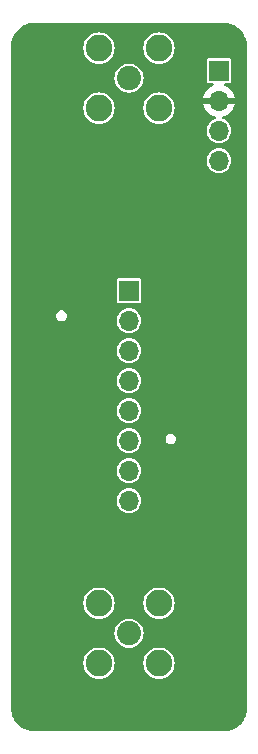
<source format=gbr>
%TF.GenerationSoftware,KiCad,Pcbnew,7.0.5*%
%TF.CreationDate,2023-06-30T17:27:13-05:00*%
%TF.ProjectId,Single.Channel.Amp,53696e67-6c65-42e4-9368-616e6e656c2e,rev?*%
%TF.SameCoordinates,Original*%
%TF.FileFunction,Copper,L3,Inr*%
%TF.FilePolarity,Positive*%
%FSLAX46Y46*%
G04 Gerber Fmt 4.6, Leading zero omitted, Abs format (unit mm)*
G04 Created by KiCad (PCBNEW 7.0.5) date 2023-06-30 17:27:13*
%MOMM*%
%LPD*%
G01*
G04 APERTURE LIST*
%TA.AperFunction,ComponentPad*%
%ADD10R,1.700000X1.700000*%
%TD*%
%TA.AperFunction,ComponentPad*%
%ADD11O,1.700000X1.700000*%
%TD*%
%TA.AperFunction,ComponentPad*%
%ADD12C,2.050000*%
%TD*%
%TA.AperFunction,ComponentPad*%
%ADD13C,2.250000*%
%TD*%
%TA.AperFunction,ViaPad*%
%ADD14C,0.800000*%
%TD*%
G04 APERTURE END LIST*
D10*
%TO.N,Net-(D1-A)*%
%TO.C,J3*%
X72620000Y-19370000D03*
D11*
%TO.N,GND*%
X72620000Y-21910000D03*
%TO.N,GND1*%
X72620000Y-24450000D03*
%TO.N,Net-(D2-K)*%
X72620000Y-26990000D03*
%TD*%
D12*
%TO.N,Net-(J2-Input)*%
%TO.C,J4*%
X65000000Y-67000000D03*
D13*
%TO.N,GND1*%
X62460000Y-64460000D03*
X62460000Y-69540000D03*
X67540000Y-64460000D03*
X67540000Y-69540000D03*
%TD*%
D12*
%TO.N,Net-(J2-Output)*%
%TO.C,J5*%
X65000000Y-20000000D03*
D13*
%TO.N,GND1*%
X62460000Y-17460000D03*
X62460000Y-22540000D03*
X67540000Y-17460000D03*
X67540000Y-22540000D03*
%TD*%
D10*
%TO.N,Net-(J2-Output)*%
%TO.C,J2*%
X65000000Y-38000000D03*
D11*
%TO.N,GND1*%
X65000000Y-40540000D03*
%TO.N,Net-(J2-Pin_3)*%
X65000000Y-43080000D03*
%TO.N,Net-(J2-Pin_4)*%
X65000000Y-45620000D03*
%TO.N,GND1*%
X65000000Y-48160000D03*
X65000000Y-50700000D03*
X65000000Y-53240000D03*
%TO.N,Net-(J2-Input)*%
X65000000Y-55780000D03*
%TD*%
D14*
%TO.N,GND*%
X73677500Y-42465000D03*
X56347500Y-46185000D03*
%TD*%
%TA.AperFunction,Conductor*%
%TO.N,GND*%
G36*
X73002019Y-15310633D02*
G01*
X73040149Y-15313131D01*
X73083793Y-15315992D01*
X73265459Y-15328985D01*
X73273102Y-15330015D01*
X73367572Y-15348806D01*
X73372190Y-15349912D01*
X73543719Y-15398061D01*
X73697413Y-15441204D01*
X73702315Y-15442802D01*
X73791762Y-15476164D01*
X73797481Y-15478634D01*
X73862544Y-15510719D01*
X73868651Y-15514176D01*
X74033108Y-15620000D01*
X74054728Y-15633912D01*
X74272782Y-15774225D01*
X74287440Y-15785274D01*
X74307332Y-15802718D01*
X74359510Y-15848476D01*
X74362463Y-15851243D01*
X74458770Y-15947550D01*
X74461531Y-15950498D01*
X74475243Y-15966135D01*
X74477144Y-15968410D01*
X74638444Y-16171187D01*
X74641459Y-16175318D01*
X74655410Y-16196197D01*
X74704958Y-16270351D01*
X74707824Y-16275085D01*
X74773806Y-16395921D01*
X74774996Y-16398213D01*
X74831352Y-16512492D01*
X74833839Y-16518251D01*
X74882881Y-16649737D01*
X74883500Y-16651475D01*
X74923597Y-16769597D01*
X74925472Y-16776353D01*
X74956848Y-16920589D01*
X74979980Y-17036880D01*
X74981015Y-17044560D01*
X74994021Y-17226413D01*
X74999367Y-17307966D01*
X74999500Y-17312023D01*
X74999500Y-73307976D01*
X74999367Y-73312033D01*
X74994022Y-73393558D01*
X74986015Y-73505514D01*
X74985608Y-73509442D01*
X74966386Y-73650854D01*
X74965760Y-73654599D01*
X74956842Y-73699440D01*
X74925471Y-73843647D01*
X74923596Y-73850403D01*
X74883496Y-73968531D01*
X74882879Y-73970265D01*
X74872626Y-73997758D01*
X74871277Y-74001080D01*
X74771176Y-74228425D01*
X74768848Y-74233157D01*
X74707824Y-74344914D01*
X74704958Y-74349648D01*
X74633467Y-74456641D01*
X74631549Y-74459351D01*
X74549744Y-74568631D01*
X74546723Y-74572357D01*
X74461529Y-74669502D01*
X74458755Y-74672464D01*
X74362464Y-74768755D01*
X74359502Y-74771529D01*
X74262357Y-74856723D01*
X74258631Y-74859744D01*
X74149351Y-74941549D01*
X74146641Y-74943467D01*
X74039649Y-75014957D01*
X74034914Y-75017823D01*
X73914075Y-75083806D01*
X73911790Y-75084993D01*
X73904596Y-75088541D01*
X73902019Y-75089740D01*
X73702563Y-75177002D01*
X73699377Y-75178292D01*
X73660275Y-75192876D01*
X73658538Y-75193494D01*
X73540402Y-75233596D01*
X73533647Y-75235471D01*
X73462130Y-75251029D01*
X73455117Y-75252554D01*
X73451369Y-75253250D01*
X73156664Y-75298589D01*
X73151657Y-75299152D01*
X73083568Y-75304022D01*
X73077972Y-75304389D01*
X73070672Y-75304867D01*
X73066636Y-75305000D01*
X56947817Y-75305000D01*
X56942201Y-75304745D01*
X56685599Y-75281417D01*
X56679129Y-75280482D01*
X56638251Y-75272351D01*
X56610617Y-75266854D01*
X56466352Y-75235471D01*
X56459597Y-75233596D01*
X56341465Y-75193496D01*
X56339728Y-75192877D01*
X56210480Y-75144670D01*
X56205300Y-75142466D01*
X56184183Y-75132323D01*
X56088201Y-75084990D01*
X56085909Y-75083800D01*
X56035990Y-75056542D01*
X55965081Y-75017823D01*
X55960357Y-75014962D01*
X55853348Y-74943461D01*
X55850639Y-74941543D01*
X55810592Y-74911564D01*
X55741353Y-74859732D01*
X55737648Y-74856729D01*
X55640680Y-74771690D01*
X55636671Y-74767843D01*
X55487338Y-74611116D01*
X55485610Y-74609226D01*
X55453281Y-74572362D01*
X55450260Y-74568637D01*
X55368449Y-74459351D01*
X55366531Y-74456640D01*
X55295037Y-74349641D01*
X55292170Y-74344907D01*
X55226173Y-74224042D01*
X55225024Y-74221830D01*
X55168635Y-74107483D01*
X55166160Y-74101750D01*
X55117093Y-73970198D01*
X55116540Y-73968646D01*
X55076394Y-73850378D01*
X55074529Y-73843659D01*
X55067509Y-73811387D01*
X55067137Y-73809545D01*
X55016592Y-73536600D01*
X55015715Y-73529742D01*
X55005991Y-73393778D01*
X55000632Y-73312019D01*
X55000499Y-73307993D01*
X55000499Y-69540001D01*
X61129437Y-69540001D01*
X61149650Y-69771044D01*
X61149651Y-69771051D01*
X61209678Y-69995074D01*
X61209679Y-69995076D01*
X61209680Y-69995079D01*
X61307699Y-70205282D01*
X61440730Y-70395269D01*
X61604731Y-70559270D01*
X61794718Y-70692301D01*
X62004921Y-70790320D01*
X62228950Y-70850349D01*
X62393985Y-70864787D01*
X62459998Y-70870563D01*
X62460000Y-70870563D01*
X62460002Y-70870563D01*
X62517762Y-70865509D01*
X62691050Y-70850349D01*
X62915079Y-70790320D01*
X63125282Y-70692301D01*
X63315269Y-70559270D01*
X63479270Y-70395269D01*
X63612301Y-70205282D01*
X63710320Y-69995079D01*
X63770349Y-69771050D01*
X63790563Y-69540001D01*
X66209437Y-69540001D01*
X66229650Y-69771044D01*
X66229651Y-69771051D01*
X66289678Y-69995074D01*
X66289679Y-69995076D01*
X66289680Y-69995079D01*
X66387699Y-70205282D01*
X66520730Y-70395269D01*
X66684731Y-70559270D01*
X66874718Y-70692301D01*
X67084921Y-70790320D01*
X67308950Y-70850349D01*
X67473985Y-70864787D01*
X67539998Y-70870563D01*
X67540000Y-70870563D01*
X67540002Y-70870563D01*
X67597762Y-70865509D01*
X67771050Y-70850349D01*
X67995079Y-70790320D01*
X68205282Y-70692301D01*
X68395269Y-70559270D01*
X68559270Y-70395269D01*
X68692301Y-70205282D01*
X68790320Y-69995079D01*
X68850349Y-69771050D01*
X68870563Y-69540000D01*
X68850349Y-69308950D01*
X68790320Y-69084921D01*
X68692301Y-68874719D01*
X68692299Y-68874716D01*
X68692298Y-68874714D01*
X68559273Y-68684735D01*
X68559268Y-68684729D01*
X68395269Y-68520730D01*
X68395263Y-68520726D01*
X68205282Y-68387699D01*
X67995079Y-68289680D01*
X67995076Y-68289679D01*
X67995074Y-68289678D01*
X67771051Y-68229651D01*
X67771044Y-68229650D01*
X67540002Y-68209437D01*
X67539998Y-68209437D01*
X67308955Y-68229650D01*
X67308948Y-68229651D01*
X67084917Y-68289681D01*
X66874718Y-68387699D01*
X66874714Y-68387701D01*
X66684735Y-68520726D01*
X66684729Y-68520731D01*
X66520731Y-68684729D01*
X66520726Y-68684735D01*
X66387701Y-68874714D01*
X66387699Y-68874718D01*
X66289681Y-69084917D01*
X66229651Y-69308948D01*
X66229650Y-69308955D01*
X66209437Y-69539998D01*
X66209437Y-69540001D01*
X63790563Y-69540001D01*
X63790563Y-69540000D01*
X63770349Y-69308950D01*
X63710320Y-69084921D01*
X63612301Y-68874719D01*
X63612299Y-68874716D01*
X63612298Y-68874714D01*
X63479273Y-68684735D01*
X63479268Y-68684729D01*
X63315269Y-68520730D01*
X63315263Y-68520726D01*
X63125282Y-68387699D01*
X62915079Y-68289680D01*
X62915076Y-68289679D01*
X62915074Y-68289678D01*
X62691051Y-68229651D01*
X62691044Y-68229650D01*
X62460002Y-68209437D01*
X62459998Y-68209437D01*
X62228955Y-68229650D01*
X62228948Y-68229651D01*
X62004917Y-68289681D01*
X61794718Y-68387699D01*
X61794714Y-68387701D01*
X61604735Y-68520726D01*
X61604729Y-68520731D01*
X61440731Y-68684729D01*
X61440726Y-68684735D01*
X61307701Y-68874714D01*
X61307699Y-68874718D01*
X61209681Y-69084917D01*
X61149651Y-69308948D01*
X61149650Y-69308955D01*
X61129437Y-69539998D01*
X61129437Y-69540001D01*
X55000499Y-69540001D01*
X55000499Y-67000001D01*
X63769819Y-67000001D01*
X63788507Y-67213613D01*
X63788509Y-67213624D01*
X63844005Y-67420739D01*
X63844007Y-67420743D01*
X63844008Y-67420747D01*
X63889320Y-67517918D01*
X63934631Y-67615090D01*
X63934632Y-67615091D01*
X64057627Y-67790745D01*
X64209255Y-67942373D01*
X64384909Y-68065368D01*
X64579253Y-68155992D01*
X64786381Y-68211492D01*
X64938965Y-68224841D01*
X64999998Y-68230181D01*
X65000000Y-68230181D01*
X65000002Y-68230181D01*
X65053404Y-68225508D01*
X65213619Y-68211492D01*
X65420747Y-68155992D01*
X65615091Y-68065368D01*
X65790745Y-67942373D01*
X65942373Y-67790745D01*
X66065368Y-67615091D01*
X66155992Y-67420747D01*
X66211492Y-67213619D01*
X66230181Y-67000000D01*
X66211492Y-66786381D01*
X66155992Y-66579253D01*
X66065368Y-66384910D01*
X65942373Y-66209255D01*
X65790745Y-66057627D01*
X65615091Y-65934632D01*
X65615092Y-65934632D01*
X65615090Y-65934631D01*
X65517918Y-65889320D01*
X65420747Y-65844008D01*
X65420743Y-65844007D01*
X65420739Y-65844005D01*
X65213624Y-65788509D01*
X65213620Y-65788508D01*
X65213619Y-65788508D01*
X65213618Y-65788507D01*
X65213613Y-65788507D01*
X65000002Y-65769819D01*
X64999998Y-65769819D01*
X64786386Y-65788507D01*
X64786375Y-65788509D01*
X64579260Y-65844005D01*
X64579251Y-65844009D01*
X64384910Y-65934631D01*
X64384908Y-65934632D01*
X64209259Y-66057623D01*
X64209253Y-66057628D01*
X64057628Y-66209253D01*
X64057623Y-66209259D01*
X63934632Y-66384908D01*
X63934631Y-66384910D01*
X63844009Y-66579251D01*
X63844005Y-66579260D01*
X63788509Y-66786375D01*
X63788507Y-66786386D01*
X63769819Y-66999998D01*
X63769819Y-67000001D01*
X55000499Y-67000001D01*
X55000499Y-64460001D01*
X61129437Y-64460001D01*
X61149650Y-64691044D01*
X61149651Y-64691051D01*
X61209678Y-64915074D01*
X61209679Y-64915076D01*
X61209680Y-64915079D01*
X61307699Y-65125282D01*
X61440730Y-65315269D01*
X61604731Y-65479270D01*
X61794718Y-65612301D01*
X62004921Y-65710320D01*
X62228950Y-65770349D01*
X62393985Y-65784787D01*
X62459998Y-65790563D01*
X62460000Y-65790563D01*
X62460002Y-65790563D01*
X62517762Y-65785509D01*
X62691050Y-65770349D01*
X62915079Y-65710320D01*
X63125282Y-65612301D01*
X63315269Y-65479270D01*
X63479270Y-65315269D01*
X63612301Y-65125282D01*
X63710320Y-64915079D01*
X63770349Y-64691050D01*
X63790563Y-64460001D01*
X66209437Y-64460001D01*
X66229650Y-64691044D01*
X66229651Y-64691051D01*
X66289678Y-64915074D01*
X66289679Y-64915076D01*
X66289680Y-64915079D01*
X66387699Y-65125282D01*
X66520730Y-65315269D01*
X66684731Y-65479270D01*
X66874718Y-65612301D01*
X67084921Y-65710320D01*
X67308950Y-65770349D01*
X67473985Y-65784787D01*
X67539998Y-65790563D01*
X67540000Y-65790563D01*
X67540002Y-65790563D01*
X67597762Y-65785509D01*
X67771050Y-65770349D01*
X67995079Y-65710320D01*
X68205282Y-65612301D01*
X68395269Y-65479270D01*
X68559270Y-65315269D01*
X68692301Y-65125282D01*
X68790320Y-64915079D01*
X68850349Y-64691050D01*
X68870563Y-64460000D01*
X68850349Y-64228950D01*
X68790320Y-64004921D01*
X68692301Y-63794719D01*
X68692299Y-63794716D01*
X68692298Y-63794714D01*
X68559273Y-63604735D01*
X68559268Y-63604729D01*
X68395269Y-63440730D01*
X68395263Y-63440726D01*
X68205282Y-63307699D01*
X67995079Y-63209680D01*
X67995076Y-63209679D01*
X67995074Y-63209678D01*
X67771051Y-63149651D01*
X67771044Y-63149650D01*
X67540002Y-63129437D01*
X67539998Y-63129437D01*
X67308955Y-63149650D01*
X67308948Y-63149651D01*
X67084917Y-63209681D01*
X66874718Y-63307699D01*
X66874714Y-63307701D01*
X66684735Y-63440726D01*
X66684729Y-63440731D01*
X66520731Y-63604729D01*
X66520726Y-63604735D01*
X66387701Y-63794714D01*
X66387699Y-63794718D01*
X66289681Y-64004917D01*
X66229651Y-64228948D01*
X66229650Y-64228955D01*
X66209437Y-64459998D01*
X66209437Y-64460001D01*
X63790563Y-64460001D01*
X63790563Y-64460000D01*
X63770349Y-64228950D01*
X63710320Y-64004921D01*
X63612301Y-63794719D01*
X63612299Y-63794716D01*
X63612298Y-63794714D01*
X63479273Y-63604735D01*
X63479268Y-63604729D01*
X63315269Y-63440730D01*
X63315263Y-63440726D01*
X63125282Y-63307699D01*
X62915079Y-63209680D01*
X62915076Y-63209679D01*
X62915074Y-63209678D01*
X62691051Y-63149651D01*
X62691044Y-63149650D01*
X62460002Y-63129437D01*
X62459998Y-63129437D01*
X62228955Y-63149650D01*
X62228948Y-63149651D01*
X62004917Y-63209681D01*
X61794718Y-63307699D01*
X61794714Y-63307701D01*
X61604735Y-63440726D01*
X61604729Y-63440731D01*
X61440731Y-63604729D01*
X61440726Y-63604735D01*
X61307701Y-63794714D01*
X61307699Y-63794718D01*
X61209681Y-64004917D01*
X61149651Y-64228948D01*
X61149650Y-64228955D01*
X61129437Y-64459998D01*
X61129437Y-64460001D01*
X55000499Y-64460001D01*
X55000499Y-55779999D01*
X63944417Y-55779999D01*
X63964699Y-55985932D01*
X63964700Y-55985934D01*
X64024768Y-56183954D01*
X64122315Y-56366450D01*
X64122317Y-56366452D01*
X64253589Y-56526410D01*
X64350209Y-56605702D01*
X64413550Y-56657685D01*
X64596046Y-56755232D01*
X64794066Y-56815300D01*
X64794065Y-56815300D01*
X64812529Y-56817118D01*
X65000000Y-56835583D01*
X65205934Y-56815300D01*
X65403954Y-56755232D01*
X65586450Y-56657685D01*
X65746410Y-56526410D01*
X65877685Y-56366450D01*
X65975232Y-56183954D01*
X66035300Y-55985934D01*
X66055583Y-55780000D01*
X66035300Y-55574066D01*
X65975232Y-55376046D01*
X65877685Y-55193550D01*
X65825702Y-55130209D01*
X65746410Y-55033589D01*
X65586452Y-54902317D01*
X65586453Y-54902317D01*
X65586450Y-54902315D01*
X65403954Y-54804768D01*
X65205934Y-54744700D01*
X65205932Y-54744699D01*
X65205934Y-54744699D01*
X65018463Y-54726235D01*
X65000000Y-54724417D01*
X64999999Y-54724417D01*
X64794067Y-54744699D01*
X64596043Y-54804769D01*
X64485898Y-54863643D01*
X64413550Y-54902315D01*
X64413548Y-54902316D01*
X64413547Y-54902317D01*
X64253589Y-55033589D01*
X64122317Y-55193547D01*
X64024769Y-55376043D01*
X63964699Y-55574067D01*
X63944417Y-55779999D01*
X55000499Y-55779999D01*
X55000499Y-53240000D01*
X63944417Y-53240000D01*
X63964699Y-53445932D01*
X63964700Y-53445934D01*
X64024768Y-53643954D01*
X64122315Y-53826450D01*
X64122317Y-53826452D01*
X64253589Y-53986410D01*
X64350209Y-54065702D01*
X64413550Y-54117685D01*
X64596046Y-54215232D01*
X64794066Y-54275300D01*
X64794065Y-54275300D01*
X64814347Y-54277297D01*
X65000000Y-54295583D01*
X65205934Y-54275300D01*
X65403954Y-54215232D01*
X65586450Y-54117685D01*
X65746410Y-53986410D01*
X65877685Y-53826450D01*
X65975232Y-53643954D01*
X66035300Y-53445934D01*
X66055583Y-53240000D01*
X66035300Y-53034066D01*
X65975232Y-52836046D01*
X65877685Y-52653550D01*
X65825702Y-52590209D01*
X65746410Y-52493589D01*
X65586452Y-52362317D01*
X65586453Y-52362317D01*
X65586450Y-52362315D01*
X65403954Y-52264768D01*
X65205934Y-52204700D01*
X65205932Y-52204699D01*
X65205934Y-52204699D01*
X65018463Y-52186235D01*
X65000000Y-52184417D01*
X64999999Y-52184417D01*
X64794067Y-52204699D01*
X64596043Y-52264769D01*
X64485898Y-52323643D01*
X64413550Y-52362315D01*
X64413548Y-52362316D01*
X64413547Y-52362317D01*
X64253589Y-52493589D01*
X64122317Y-52653547D01*
X64024769Y-52836043D01*
X63964699Y-53034067D01*
X63944417Y-53240000D01*
X55000499Y-53240000D01*
X55000499Y-50699999D01*
X63944417Y-50699999D01*
X63964699Y-50905932D01*
X63964700Y-50905934D01*
X64024768Y-51103954D01*
X64122315Y-51286450D01*
X64122317Y-51286452D01*
X64253589Y-51446410D01*
X64350209Y-51525702D01*
X64413550Y-51577685D01*
X64596046Y-51675232D01*
X64794066Y-51735300D01*
X64794065Y-51735300D01*
X64814347Y-51737297D01*
X65000000Y-51755583D01*
X65205934Y-51735300D01*
X65403954Y-51675232D01*
X65586450Y-51577685D01*
X65746410Y-51446410D01*
X65877685Y-51286450D01*
X65975232Y-51103954D01*
X66035300Y-50905934D01*
X66055583Y-50700000D01*
X66040317Y-50545000D01*
X68099867Y-50545000D01*
X68118302Y-50673225D01*
X68130530Y-50699999D01*
X68172118Y-50791063D01*
X68256951Y-50888967D01*
X68365931Y-50959004D01*
X68490225Y-50995499D01*
X68490227Y-50995500D01*
X68490228Y-50995500D01*
X68619773Y-50995500D01*
X68619773Y-50995499D01*
X68744069Y-50959004D01*
X68853049Y-50888967D01*
X68937882Y-50791063D01*
X68991697Y-50673226D01*
X69010133Y-50545000D01*
X68991697Y-50416774D01*
X68937882Y-50298937D01*
X68853049Y-50201033D01*
X68744069Y-50130996D01*
X68744065Y-50130994D01*
X68744064Y-50130994D01*
X68619774Y-50094500D01*
X68619772Y-50094500D01*
X68490228Y-50094500D01*
X68490226Y-50094500D01*
X68365935Y-50130994D01*
X68365932Y-50130995D01*
X68365931Y-50130996D01*
X68314677Y-50163934D01*
X68256950Y-50201033D01*
X68172118Y-50298937D01*
X68172117Y-50298938D01*
X68118302Y-50416774D01*
X68099867Y-50545000D01*
X66040317Y-50545000D01*
X66035300Y-50494066D01*
X65975232Y-50296046D01*
X65877685Y-50113550D01*
X65825702Y-50050209D01*
X65746410Y-49953589D01*
X65586452Y-49822317D01*
X65586453Y-49822317D01*
X65586450Y-49822315D01*
X65403954Y-49724768D01*
X65205934Y-49664700D01*
X65205932Y-49664699D01*
X65205934Y-49664699D01*
X65000000Y-49644417D01*
X64794067Y-49664699D01*
X64596043Y-49724769D01*
X64485898Y-49783643D01*
X64413550Y-49822315D01*
X64413548Y-49822316D01*
X64413547Y-49822317D01*
X64253589Y-49953589D01*
X64122317Y-50113547D01*
X64024769Y-50296043D01*
X63964699Y-50494067D01*
X63944417Y-50699999D01*
X55000499Y-50699999D01*
X55000499Y-48160000D01*
X63944417Y-48160000D01*
X63964699Y-48365932D01*
X63964700Y-48365934D01*
X64024768Y-48563954D01*
X64122315Y-48746450D01*
X64122317Y-48746452D01*
X64253589Y-48906410D01*
X64350209Y-48985702D01*
X64413550Y-49037685D01*
X64596046Y-49135232D01*
X64794066Y-49195300D01*
X64794065Y-49195300D01*
X64812529Y-49197118D01*
X65000000Y-49215583D01*
X65205934Y-49195300D01*
X65403954Y-49135232D01*
X65586450Y-49037685D01*
X65746410Y-48906410D01*
X65877685Y-48746450D01*
X65975232Y-48563954D01*
X66035300Y-48365934D01*
X66055583Y-48160000D01*
X66035300Y-47954066D01*
X65975232Y-47756046D01*
X65877685Y-47573550D01*
X65825702Y-47510209D01*
X65746410Y-47413589D01*
X65586452Y-47282317D01*
X65586453Y-47282317D01*
X65586450Y-47282315D01*
X65403954Y-47184768D01*
X65205934Y-47124700D01*
X65205932Y-47124699D01*
X65205934Y-47124699D01*
X65018463Y-47106235D01*
X65000000Y-47104417D01*
X64999999Y-47104417D01*
X64794067Y-47124699D01*
X64596043Y-47184769D01*
X64485898Y-47243643D01*
X64413550Y-47282315D01*
X64413548Y-47282316D01*
X64413547Y-47282317D01*
X64253589Y-47413589D01*
X64122317Y-47573547D01*
X64024769Y-47756043D01*
X63964699Y-47954067D01*
X63944417Y-48160000D01*
X55000499Y-48160000D01*
X55000499Y-45620000D01*
X63944417Y-45620000D01*
X63964699Y-45825932D01*
X63964700Y-45825934D01*
X64024768Y-46023954D01*
X64122315Y-46206450D01*
X64122317Y-46206452D01*
X64253589Y-46366410D01*
X64350209Y-46445702D01*
X64413550Y-46497685D01*
X64596046Y-46595232D01*
X64794066Y-46655300D01*
X64794065Y-46655300D01*
X64814347Y-46657297D01*
X65000000Y-46675583D01*
X65205934Y-46655300D01*
X65403954Y-46595232D01*
X65586450Y-46497685D01*
X65746410Y-46366410D01*
X65877685Y-46206450D01*
X65975232Y-46023954D01*
X66035300Y-45825934D01*
X66055583Y-45620000D01*
X66035300Y-45414066D01*
X65975232Y-45216046D01*
X65877685Y-45033550D01*
X65825702Y-44970209D01*
X65746410Y-44873589D01*
X65586452Y-44742317D01*
X65586453Y-44742317D01*
X65586450Y-44742315D01*
X65403954Y-44644768D01*
X65205934Y-44584700D01*
X65205932Y-44584699D01*
X65205934Y-44584699D01*
X65000000Y-44564417D01*
X64794067Y-44584699D01*
X64596043Y-44644769D01*
X64485898Y-44703643D01*
X64413550Y-44742315D01*
X64413548Y-44742316D01*
X64413547Y-44742317D01*
X64253589Y-44873589D01*
X64122317Y-45033547D01*
X64024769Y-45216043D01*
X63964699Y-45414067D01*
X63944417Y-45620000D01*
X55000499Y-45620000D01*
X55000499Y-43079999D01*
X63944417Y-43079999D01*
X63964699Y-43285932D01*
X63964700Y-43285934D01*
X64024768Y-43483954D01*
X64122315Y-43666450D01*
X64122317Y-43666452D01*
X64253589Y-43826410D01*
X64350209Y-43905702D01*
X64413550Y-43957685D01*
X64596046Y-44055232D01*
X64794066Y-44115300D01*
X64794065Y-44115300D01*
X64812529Y-44117118D01*
X65000000Y-44135583D01*
X65205934Y-44115300D01*
X65403954Y-44055232D01*
X65586450Y-43957685D01*
X65746410Y-43826410D01*
X65877685Y-43666450D01*
X65975232Y-43483954D01*
X66035300Y-43285934D01*
X66055583Y-43080000D01*
X66035300Y-42874066D01*
X65975232Y-42676046D01*
X65877685Y-42493550D01*
X65825702Y-42430209D01*
X65746410Y-42333589D01*
X65586452Y-42202317D01*
X65586453Y-42202317D01*
X65586450Y-42202315D01*
X65403954Y-42104768D01*
X65205934Y-42044700D01*
X65205932Y-42044699D01*
X65205934Y-42044699D01*
X65000000Y-42024417D01*
X64794067Y-42044699D01*
X64596043Y-42104769D01*
X64485898Y-42163643D01*
X64413550Y-42202315D01*
X64413548Y-42202316D01*
X64413547Y-42202317D01*
X64253589Y-42333589D01*
X64122317Y-42493547D01*
X64024769Y-42676043D01*
X63964699Y-42874067D01*
X63944417Y-43079999D01*
X55000499Y-43079999D01*
X55000499Y-40110000D01*
X58819867Y-40110000D01*
X58838302Y-40238225D01*
X58892117Y-40356061D01*
X58892118Y-40356063D01*
X58976951Y-40453967D01*
X59085931Y-40524004D01*
X59140410Y-40540000D01*
X59210225Y-40560499D01*
X59210227Y-40560500D01*
X59210228Y-40560500D01*
X59339773Y-40560500D01*
X59339773Y-40560499D01*
X59409589Y-40540000D01*
X63944417Y-40540000D01*
X63964699Y-40745932D01*
X63964700Y-40745934D01*
X64024768Y-40943954D01*
X64122315Y-41126450D01*
X64122317Y-41126452D01*
X64253589Y-41286410D01*
X64350209Y-41365702D01*
X64413550Y-41417685D01*
X64596046Y-41515232D01*
X64794066Y-41575300D01*
X64794065Y-41575300D01*
X64812529Y-41577118D01*
X65000000Y-41595583D01*
X65205934Y-41575300D01*
X65403954Y-41515232D01*
X65586450Y-41417685D01*
X65746410Y-41286410D01*
X65877685Y-41126450D01*
X65975232Y-40943954D01*
X66035300Y-40745934D01*
X66055583Y-40540000D01*
X66035300Y-40334066D01*
X65975232Y-40136046D01*
X65877685Y-39953550D01*
X65804142Y-39863937D01*
X65746410Y-39793589D01*
X65586452Y-39662317D01*
X65586453Y-39662317D01*
X65586450Y-39662315D01*
X65403954Y-39564768D01*
X65205934Y-39504700D01*
X65205932Y-39504699D01*
X65205934Y-39504699D01*
X65000000Y-39484417D01*
X64794067Y-39504699D01*
X64596043Y-39564769D01*
X64485898Y-39623643D01*
X64413550Y-39662315D01*
X64413548Y-39662316D01*
X64413547Y-39662317D01*
X64253589Y-39793589D01*
X64122317Y-39953547D01*
X64024769Y-40136043D01*
X63964699Y-40334067D01*
X63944417Y-40540000D01*
X59409589Y-40540000D01*
X59464069Y-40524004D01*
X59573049Y-40453967D01*
X59657882Y-40356063D01*
X59711697Y-40238226D01*
X59730133Y-40110000D01*
X59711697Y-39981774D01*
X59657882Y-39863937D01*
X59573049Y-39766033D01*
X59464069Y-39695996D01*
X59464065Y-39695994D01*
X59464064Y-39695994D01*
X59339774Y-39659500D01*
X59339772Y-39659500D01*
X59210228Y-39659500D01*
X59210226Y-39659500D01*
X59085935Y-39695994D01*
X59085932Y-39695995D01*
X59085931Y-39695996D01*
X59034677Y-39728934D01*
X58976950Y-39766033D01*
X58892118Y-39863937D01*
X58892117Y-39863938D01*
X58838302Y-39981774D01*
X58819867Y-40110000D01*
X55000499Y-40110000D01*
X55000499Y-38869752D01*
X63949500Y-38869752D01*
X63961131Y-38928229D01*
X63961132Y-38928230D01*
X64005447Y-38994552D01*
X64071769Y-39038867D01*
X64071770Y-39038868D01*
X64130247Y-39050499D01*
X64130250Y-39050500D01*
X64130252Y-39050500D01*
X65869750Y-39050500D01*
X65869751Y-39050499D01*
X65884568Y-39047552D01*
X65928229Y-39038868D01*
X65928229Y-39038867D01*
X65928231Y-39038867D01*
X65994552Y-38994552D01*
X66038867Y-38928231D01*
X66038867Y-38928229D01*
X66038868Y-38928229D01*
X66050499Y-38869752D01*
X66050500Y-38869750D01*
X66050500Y-37130249D01*
X66050499Y-37130247D01*
X66038868Y-37071770D01*
X66038867Y-37071769D01*
X65994552Y-37005447D01*
X65928230Y-36961132D01*
X65928229Y-36961131D01*
X65869752Y-36949500D01*
X65869748Y-36949500D01*
X64130252Y-36949500D01*
X64130247Y-36949500D01*
X64071770Y-36961131D01*
X64071769Y-36961132D01*
X64005447Y-37005447D01*
X63961132Y-37071769D01*
X63961131Y-37071770D01*
X63949500Y-37130247D01*
X63949500Y-38869752D01*
X55000499Y-38869752D01*
X55000499Y-26990000D01*
X71564417Y-26990000D01*
X71584699Y-27195932D01*
X71584700Y-27195934D01*
X71644768Y-27393954D01*
X71742315Y-27576450D01*
X71742317Y-27576452D01*
X71873589Y-27736410D01*
X71970209Y-27815702D01*
X72033550Y-27867685D01*
X72216046Y-27965232D01*
X72414066Y-28025300D01*
X72414065Y-28025300D01*
X72432529Y-28027118D01*
X72620000Y-28045583D01*
X72825934Y-28025300D01*
X73023954Y-27965232D01*
X73206450Y-27867685D01*
X73366410Y-27736410D01*
X73497685Y-27576450D01*
X73595232Y-27393954D01*
X73655300Y-27195934D01*
X73675583Y-26990000D01*
X73655300Y-26784066D01*
X73595232Y-26586046D01*
X73497685Y-26403550D01*
X73445702Y-26340209D01*
X73366410Y-26243589D01*
X73206452Y-26112317D01*
X73206453Y-26112317D01*
X73206450Y-26112315D01*
X73023954Y-26014768D01*
X72825934Y-25954700D01*
X72825932Y-25954699D01*
X72825934Y-25954699D01*
X72620000Y-25934417D01*
X72414067Y-25954699D01*
X72216043Y-26014769D01*
X72105898Y-26073643D01*
X72033550Y-26112315D01*
X72033548Y-26112316D01*
X72033547Y-26112317D01*
X71873589Y-26243589D01*
X71742317Y-26403547D01*
X71644769Y-26586043D01*
X71584699Y-26784067D01*
X71564417Y-26990000D01*
X55000499Y-26990000D01*
X55000499Y-22540001D01*
X61129437Y-22540001D01*
X61149650Y-22771044D01*
X61149651Y-22771051D01*
X61209678Y-22995074D01*
X61209679Y-22995076D01*
X61209680Y-22995079D01*
X61307699Y-23205282D01*
X61440730Y-23395269D01*
X61604731Y-23559270D01*
X61794718Y-23692301D01*
X62004921Y-23790320D01*
X62228950Y-23850349D01*
X62379806Y-23863547D01*
X62459998Y-23870563D01*
X62460000Y-23870563D01*
X62460002Y-23870563D01*
X62517762Y-23865509D01*
X62691050Y-23850349D01*
X62915079Y-23790320D01*
X63125282Y-23692301D01*
X63315269Y-23559270D01*
X63479270Y-23395269D01*
X63612301Y-23205282D01*
X63710320Y-22995079D01*
X63770349Y-22771050D01*
X63790563Y-22540001D01*
X66209437Y-22540001D01*
X66229650Y-22771044D01*
X66229651Y-22771051D01*
X66289678Y-22995074D01*
X66289679Y-22995076D01*
X66289680Y-22995079D01*
X66387699Y-23205282D01*
X66520730Y-23395269D01*
X66684731Y-23559270D01*
X66874718Y-23692301D01*
X67084921Y-23790320D01*
X67308950Y-23850349D01*
X67459806Y-23863547D01*
X67539998Y-23870563D01*
X67540000Y-23870563D01*
X67540002Y-23870563D01*
X67597762Y-23865509D01*
X67771050Y-23850349D01*
X67995079Y-23790320D01*
X68205282Y-23692301D01*
X68395269Y-23559270D01*
X68559270Y-23395269D01*
X68692301Y-23205282D01*
X68790320Y-22995079D01*
X68850349Y-22771050D01*
X68870563Y-22540000D01*
X68850349Y-22308950D01*
X68810438Y-22160000D01*
X71289364Y-22160000D01*
X71346567Y-22373486D01*
X71346570Y-22373492D01*
X71446399Y-22587578D01*
X71581894Y-22781082D01*
X71748917Y-22948105D01*
X71942421Y-23083600D01*
X72156507Y-23183429D01*
X72156516Y-23183433D01*
X72278649Y-23216158D01*
X72338310Y-23252523D01*
X72368839Y-23315369D01*
X72360545Y-23384745D01*
X72316059Y-23438623D01*
X72282552Y-23454593D01*
X72216046Y-23474767D01*
X72085358Y-23544622D01*
X72033550Y-23572315D01*
X72033548Y-23572316D01*
X72033547Y-23572317D01*
X71873589Y-23703589D01*
X71742317Y-23863547D01*
X71742315Y-23863550D01*
X71703643Y-23935898D01*
X71644769Y-24046043D01*
X71584699Y-24244067D01*
X71564417Y-24450000D01*
X71584699Y-24655932D01*
X71584700Y-24655934D01*
X71644768Y-24853954D01*
X71742315Y-25036450D01*
X71742317Y-25036452D01*
X71873589Y-25196410D01*
X71970209Y-25275702D01*
X72033550Y-25327685D01*
X72216046Y-25425232D01*
X72414066Y-25485300D01*
X72414065Y-25485300D01*
X72432529Y-25487118D01*
X72620000Y-25505583D01*
X72825934Y-25485300D01*
X73023954Y-25425232D01*
X73206450Y-25327685D01*
X73366410Y-25196410D01*
X73497685Y-25036450D01*
X73595232Y-24853954D01*
X73655300Y-24655934D01*
X73675583Y-24450000D01*
X73655300Y-24244066D01*
X73595232Y-24046046D01*
X73497685Y-23863550D01*
X73437585Y-23790318D01*
X73366410Y-23703589D01*
X73206452Y-23572317D01*
X73206453Y-23572317D01*
X73206450Y-23572315D01*
X73023954Y-23474768D01*
X72957447Y-23454593D01*
X72899009Y-23416296D01*
X72870553Y-23352484D01*
X72881113Y-23283417D01*
X72927337Y-23231023D01*
X72961350Y-23216158D01*
X73083483Y-23183433D01*
X73083492Y-23183429D01*
X73297578Y-23083600D01*
X73491082Y-22948105D01*
X73658105Y-22781082D01*
X73793600Y-22587578D01*
X73893429Y-22373492D01*
X73893432Y-22373486D01*
X73950636Y-22160000D01*
X73053686Y-22160000D01*
X73079493Y-22119844D01*
X73120000Y-21981889D01*
X73120000Y-21838111D01*
X73079493Y-21700156D01*
X73053686Y-21660000D01*
X73950636Y-21660000D01*
X73950635Y-21659999D01*
X73893432Y-21446513D01*
X73893429Y-21446507D01*
X73793600Y-21232422D01*
X73793599Y-21232420D01*
X73658113Y-21038926D01*
X73658108Y-21038920D01*
X73491082Y-20871894D01*
X73297578Y-20736399D01*
X73127052Y-20656882D01*
X73074613Y-20610710D01*
X73055461Y-20543516D01*
X73075677Y-20476635D01*
X73128842Y-20431300D01*
X73179457Y-20420500D01*
X73489750Y-20420500D01*
X73489751Y-20420499D01*
X73504568Y-20417552D01*
X73548229Y-20408868D01*
X73548229Y-20408867D01*
X73548231Y-20408867D01*
X73614552Y-20364552D01*
X73658867Y-20298231D01*
X73658867Y-20298229D01*
X73658868Y-20298229D01*
X73670499Y-20239752D01*
X73670500Y-20239750D01*
X73670500Y-18500249D01*
X73670499Y-18500247D01*
X73658868Y-18441770D01*
X73658867Y-18441769D01*
X73614552Y-18375447D01*
X73548230Y-18331132D01*
X73548229Y-18331131D01*
X73489752Y-18319500D01*
X73489748Y-18319500D01*
X71750252Y-18319500D01*
X71750247Y-18319500D01*
X71691770Y-18331131D01*
X71691769Y-18331132D01*
X71625447Y-18375447D01*
X71581132Y-18441769D01*
X71581131Y-18441770D01*
X71569500Y-18500247D01*
X71569500Y-20239752D01*
X71581131Y-20298229D01*
X71581132Y-20298230D01*
X71625447Y-20364552D01*
X71691769Y-20408867D01*
X71691770Y-20408868D01*
X71750247Y-20420499D01*
X71750250Y-20420500D01*
X72060543Y-20420500D01*
X72127582Y-20440185D01*
X72173337Y-20492989D01*
X72183281Y-20562147D01*
X72154256Y-20625703D01*
X72112948Y-20656882D01*
X71942422Y-20736399D01*
X71942420Y-20736400D01*
X71748926Y-20871886D01*
X71748920Y-20871891D01*
X71581891Y-21038920D01*
X71581886Y-21038926D01*
X71446400Y-21232420D01*
X71446399Y-21232422D01*
X71346570Y-21446507D01*
X71346567Y-21446513D01*
X71289364Y-21659999D01*
X71289364Y-21660000D01*
X72186314Y-21660000D01*
X72160507Y-21700156D01*
X72120000Y-21838111D01*
X72120000Y-21981889D01*
X72160507Y-22119844D01*
X72186314Y-22160000D01*
X71289364Y-22160000D01*
X68810438Y-22160000D01*
X68790320Y-22084921D01*
X68692301Y-21874719D01*
X68692299Y-21874716D01*
X68692298Y-21874714D01*
X68559273Y-21684735D01*
X68559268Y-21684729D01*
X68395269Y-21520730D01*
X68344310Y-21485048D01*
X68205282Y-21387699D01*
X67995079Y-21289680D01*
X67995076Y-21289679D01*
X67995074Y-21289678D01*
X67771051Y-21229651D01*
X67771044Y-21229650D01*
X67540002Y-21209437D01*
X67539998Y-21209437D01*
X67308955Y-21229650D01*
X67308948Y-21229651D01*
X67084917Y-21289681D01*
X66874718Y-21387699D01*
X66874714Y-21387701D01*
X66684735Y-21520726D01*
X66684729Y-21520731D01*
X66520731Y-21684729D01*
X66520726Y-21684735D01*
X66387701Y-21874714D01*
X66387699Y-21874718D01*
X66289681Y-22084917D01*
X66229651Y-22308948D01*
X66229650Y-22308955D01*
X66209437Y-22539998D01*
X66209437Y-22540001D01*
X63790563Y-22540001D01*
X63790563Y-22540000D01*
X63770349Y-22308950D01*
X63710320Y-22084921D01*
X63612301Y-21874719D01*
X63612299Y-21874716D01*
X63612298Y-21874714D01*
X63479273Y-21684735D01*
X63479268Y-21684729D01*
X63315269Y-21520730D01*
X63264310Y-21485048D01*
X63125282Y-21387699D01*
X62915079Y-21289680D01*
X62915076Y-21289679D01*
X62915074Y-21289678D01*
X62691051Y-21229651D01*
X62691044Y-21229650D01*
X62460002Y-21209437D01*
X62459998Y-21209437D01*
X62228955Y-21229650D01*
X62228948Y-21229651D01*
X62004917Y-21289681D01*
X61794718Y-21387699D01*
X61794714Y-21387701D01*
X61604735Y-21520726D01*
X61604729Y-21520731D01*
X61440731Y-21684729D01*
X61440726Y-21684735D01*
X61307701Y-21874714D01*
X61307699Y-21874718D01*
X61209681Y-22084917D01*
X61149651Y-22308948D01*
X61149650Y-22308955D01*
X61129437Y-22539998D01*
X61129437Y-22540001D01*
X55000499Y-22540001D01*
X55000499Y-20000001D01*
X63769819Y-20000001D01*
X63788507Y-20213613D01*
X63788509Y-20213624D01*
X63844005Y-20420739D01*
X63844007Y-20420743D01*
X63844008Y-20420747D01*
X63870069Y-20476635D01*
X63934631Y-20615090D01*
X64019573Y-20736399D01*
X64057627Y-20790745D01*
X64209255Y-20942373D01*
X64384909Y-21065368D01*
X64579253Y-21155992D01*
X64786381Y-21211492D01*
X64938966Y-21224841D01*
X64999998Y-21230181D01*
X65000000Y-21230181D01*
X65000002Y-21230181D01*
X65053404Y-21225508D01*
X65213619Y-21211492D01*
X65420747Y-21155992D01*
X65615091Y-21065368D01*
X65790745Y-20942373D01*
X65942373Y-20790745D01*
X66065368Y-20615091D01*
X66155992Y-20420747D01*
X66211492Y-20213619D01*
X66230181Y-20000000D01*
X66211492Y-19786381D01*
X66155992Y-19579253D01*
X66065368Y-19384910D01*
X65942373Y-19209255D01*
X65790745Y-19057627D01*
X65615091Y-18934632D01*
X65615092Y-18934632D01*
X65615090Y-18934631D01*
X65517919Y-18889320D01*
X65420747Y-18844008D01*
X65420743Y-18844007D01*
X65420739Y-18844005D01*
X65213624Y-18788509D01*
X65213620Y-18788508D01*
X65213619Y-18788508D01*
X65213618Y-18788507D01*
X65213613Y-18788507D01*
X65000002Y-18769819D01*
X64999998Y-18769819D01*
X64786386Y-18788507D01*
X64786375Y-18788509D01*
X64579260Y-18844005D01*
X64579251Y-18844009D01*
X64384910Y-18934631D01*
X64384908Y-18934632D01*
X64209259Y-19057623D01*
X64209253Y-19057628D01*
X64057628Y-19209253D01*
X64057623Y-19209259D01*
X63934632Y-19384908D01*
X63934631Y-19384910D01*
X63844009Y-19579251D01*
X63844005Y-19579260D01*
X63788509Y-19786375D01*
X63788507Y-19786386D01*
X63769819Y-19999998D01*
X63769819Y-20000001D01*
X55000499Y-20000001D01*
X55000499Y-17460001D01*
X61129437Y-17460001D01*
X61149650Y-17691044D01*
X61149651Y-17691051D01*
X61209678Y-17915074D01*
X61209679Y-17915076D01*
X61209680Y-17915079D01*
X61307699Y-18125282D01*
X61440730Y-18315269D01*
X61604731Y-18479270D01*
X61794718Y-18612301D01*
X62004921Y-18710320D01*
X62228950Y-18770349D01*
X62393985Y-18784787D01*
X62459998Y-18790563D01*
X62460000Y-18790563D01*
X62460002Y-18790563D01*
X62517762Y-18785509D01*
X62691050Y-18770349D01*
X62915079Y-18710320D01*
X63125282Y-18612301D01*
X63315269Y-18479270D01*
X63479270Y-18315269D01*
X63612301Y-18125282D01*
X63710320Y-17915079D01*
X63770349Y-17691050D01*
X63790563Y-17460001D01*
X66209437Y-17460001D01*
X66229650Y-17691044D01*
X66229651Y-17691051D01*
X66289678Y-17915074D01*
X66289679Y-17915076D01*
X66289680Y-17915079D01*
X66387699Y-18125282D01*
X66520730Y-18315269D01*
X66684731Y-18479270D01*
X66874718Y-18612301D01*
X67084921Y-18710320D01*
X67308950Y-18770349D01*
X67473985Y-18784787D01*
X67539998Y-18790563D01*
X67540000Y-18790563D01*
X67540002Y-18790563D01*
X67597762Y-18785509D01*
X67771050Y-18770349D01*
X67995079Y-18710320D01*
X68205282Y-18612301D01*
X68395269Y-18479270D01*
X68559270Y-18315269D01*
X68692301Y-18125282D01*
X68790320Y-17915079D01*
X68850349Y-17691050D01*
X68870563Y-17460000D01*
X68850349Y-17228950D01*
X68790320Y-17004921D01*
X68692301Y-16794719D01*
X68692299Y-16794716D01*
X68692298Y-16794714D01*
X68559273Y-16604735D01*
X68559268Y-16604729D01*
X68395269Y-16440730D01*
X68370381Y-16423303D01*
X68205282Y-16307699D01*
X67995079Y-16209680D01*
X67995076Y-16209679D01*
X67995074Y-16209678D01*
X67771051Y-16149651D01*
X67771044Y-16149650D01*
X67540002Y-16129437D01*
X67539998Y-16129437D01*
X67308955Y-16149650D01*
X67308948Y-16149651D01*
X67084917Y-16209681D01*
X66874718Y-16307699D01*
X66874714Y-16307701D01*
X66684735Y-16440726D01*
X66684729Y-16440731D01*
X66520731Y-16604729D01*
X66520726Y-16604735D01*
X66387701Y-16794714D01*
X66387699Y-16794718D01*
X66289681Y-17004917D01*
X66229651Y-17228948D01*
X66229650Y-17228955D01*
X66209437Y-17459998D01*
X66209437Y-17460001D01*
X63790563Y-17460001D01*
X63790563Y-17460000D01*
X63770349Y-17228950D01*
X63710320Y-17004921D01*
X63612301Y-16794719D01*
X63612299Y-16794716D01*
X63612298Y-16794714D01*
X63479273Y-16604735D01*
X63479268Y-16604729D01*
X63315269Y-16440730D01*
X63290381Y-16423303D01*
X63125282Y-16307699D01*
X62915079Y-16209680D01*
X62915076Y-16209679D01*
X62915074Y-16209678D01*
X62691051Y-16149651D01*
X62691044Y-16149650D01*
X62460002Y-16129437D01*
X62459998Y-16129437D01*
X62228955Y-16149650D01*
X62228948Y-16149651D01*
X62004917Y-16209681D01*
X61794718Y-16307699D01*
X61794714Y-16307701D01*
X61604735Y-16440726D01*
X61604729Y-16440731D01*
X61440731Y-16604729D01*
X61440726Y-16604735D01*
X61307701Y-16794714D01*
X61307699Y-16794718D01*
X61209681Y-17004917D01*
X61149651Y-17228948D01*
X61149650Y-17228955D01*
X61129437Y-17459998D01*
X61129437Y-17460001D01*
X55000499Y-17460001D01*
X55000499Y-17312023D01*
X55000632Y-17307981D01*
X55002463Y-17280034D01*
X55005990Y-17226226D01*
X55010715Y-17160169D01*
X55011798Y-17152250D01*
X55035219Y-17036880D01*
X55108157Y-16677592D01*
X55110194Y-16670050D01*
X55116530Y-16651385D01*
X55117123Y-16649719D01*
X55133904Y-16604729D01*
X55164736Y-16522061D01*
X55176970Y-16497790D01*
X55456059Y-16068744D01*
X55477205Y-16044052D01*
X55934491Y-15633910D01*
X55969200Y-15611923D01*
X56545807Y-15369381D01*
X56567512Y-15362520D01*
X56610457Y-15353177D01*
X56626483Y-15349989D01*
X56631595Y-15349195D01*
X56940034Y-15314495D01*
X56942834Y-15314246D01*
X56965993Y-15312728D01*
X56997981Y-15310633D01*
X57002035Y-15310500D01*
X72997964Y-15310500D01*
X73002019Y-15310633D01*
G37*
%TD.AperFunction*%
%TD*%
M02*

</source>
